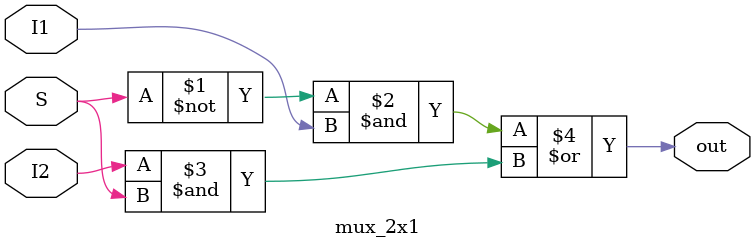
<source format=v>
`timescale 1ns / 1ps


module mux_2x1(
input I1, I2,
input S,
output out
    );
    
    assign out = (~S)&I1 | I2&S;
endmodule

</source>
